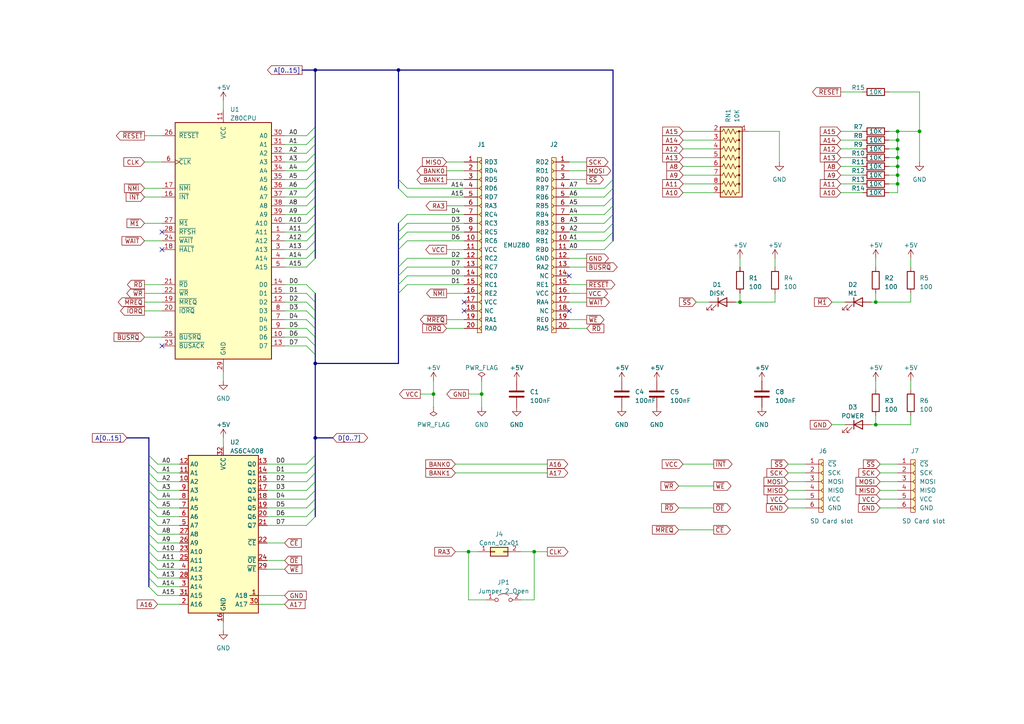
<source format=kicad_sch>
(kicad_sch (version 20230121) (generator eeschema)
  (paper "A4")
  (title_block (title "SuperMEZ80-CPM") (date "2023-09-19") (rev "1.2"))
  (junction (at 260.35 40.64))
  (junction (at 139.7 114.3))
  (junction (at 91.44 127))
  (junction (at 135.89 160.02))
  (junction (at 260.35 45.72))
  (junction (at 254 87.63))
  (junction (at 115.57 20.32))
  (junction (at 154.94 160.02))
  (junction (at 260.35 38.1))
  (junction (at 260.35 48.26))
  (junction (at 260.35 53.34))
  (junction (at 266.7 38.1))
  (junction (at 260.35 50.8))
  (junction (at 260.35 43.18))
  (junction (at 214.63 87.63))
  (junction (at 125.73 114.3))
  (junction (at 91.44 20.32))
  (junction (at 91.44 105.41))
  (junction (at 254 123.19))
  (no_connect (at 46.99 67.31))
  (no_connect (at 134.62 87.63))
  (no_connect (at 46.99 72.39))
  (no_connect (at 134.62 90.17))
  (no_connect (at 165.1 90.17))
  (no_connect (at 165.1 80.01))
  (no_connect (at 46.99 100.33))
  (bus_entry (at 175.26 62.23) (size 2.54 -2.54))
  (bus_entry (at 45.72 160.02) (size -2.54 -2.54))
  (bus_entry (at 175.26 64.77) (size 2.54 -2.54))
  (bus_entry (at 88.9 85.09) (size 2.54 2.54))
  (bus_entry (at 115.57 67.31) (size 2.54 -2.54))
  (bus_entry (at 88.9 69.85) (size 2.54 -2.54))
  (bus_entry (at 45.72 162.56) (size -2.54 -2.54))
  (bus_entry (at 88.9 52.07) (size 2.54 -2.54))
  (bus_entry (at 91.44 139.7) (size -2.54 2.54))
  (bus_entry (at 115.57 82.55) (size 2.54 -2.54))
  (bus_entry (at 91.44 137.16) (size -2.54 2.54))
  (bus_entry (at 88.9 39.37) (size 2.54 -2.54))
  (bus_entry (at 91.44 134.62) (size -2.54 2.54))
  (bus_entry (at 88.9 72.39) (size 2.54 -2.54))
  (bus_entry (at 115.57 77.47) (size 2.54 -2.54))
  (bus_entry (at 88.9 59.69) (size 2.54 -2.54))
  (bus_entry (at 91.44 147.32) (size -2.54 2.54))
  (bus_entry (at 45.72 139.7) (size -2.54 -2.54))
  (bus_entry (at 45.72 152.4) (size -2.54 -2.54))
  (bus_entry (at 115.57 54.61) (size 2.54 2.54))
  (bus_entry (at 45.72 154.94) (size -2.54 -2.54))
  (bus_entry (at 88.9 67.31) (size 2.54 -2.54))
  (bus_entry (at 45.72 147.32) (size -2.54 -2.54))
  (bus_entry (at 115.57 64.77) (size 2.54 -2.54))
  (bus_entry (at 175.26 54.61) (size 2.54 -2.54))
  (bus_entry (at 175.26 59.69) (size 2.54 -2.54))
  (bus_entry (at 88.9 77.47) (size 2.54 -2.54))
  (bus_entry (at 88.9 54.61) (size 2.54 -2.54))
  (bus_entry (at 115.57 52.07) (size 2.54 2.54))
  (bus_entry (at 115.57 85.09) (size 2.54 -2.54))
  (bus_entry (at 88.9 97.79) (size 2.54 2.54))
  (bus_entry (at 115.57 69.85) (size 2.54 -2.54))
  (bus_entry (at 45.72 142.24) (size -2.54 -2.54))
  (bus_entry (at 88.9 74.93) (size 2.54 -2.54))
  (bus_entry (at 115.57 72.39) (size 2.54 -2.54))
  (bus_entry (at 88.9 62.23) (size 2.54 -2.54))
  (bus_entry (at 175.26 72.39) (size 2.54 -2.54))
  (bus_entry (at 45.72 172.72) (size -2.54 -2.54))
  (bus_entry (at 45.72 134.62) (size -2.54 -2.54))
  (bus_entry (at 45.72 144.78) (size -2.54 -2.54))
  (bus_entry (at 45.72 157.48) (size -2.54 -2.54))
  (bus_entry (at 175.26 69.85) (size 2.54 -2.54))
  (bus_entry (at 45.72 149.86) (size -2.54 -2.54))
  (bus_entry (at 88.9 41.91) (size 2.54 -2.54))
  (bus_entry (at 88.9 87.63) (size 2.54 2.54))
  (bus_entry (at 91.44 132.08) (size -2.54 2.54))
  (bus_entry (at 88.9 90.17) (size 2.54 2.54))
  (bus_entry (at 88.9 92.71) (size 2.54 2.54))
  (bus_entry (at 115.57 80.01) (size 2.54 -2.54))
  (bus_entry (at 88.9 95.25) (size 2.54 2.54))
  (bus_entry (at 91.44 144.78) (size -2.54 2.54))
  (bus_entry (at 175.26 57.15) (size 2.54 -2.54))
  (bus_entry (at 45.72 167.64) (size -2.54 -2.54))
  (bus_entry (at 91.44 149.86) (size -2.54 2.54))
  (bus_entry (at 175.26 67.31) (size 2.54 -2.54))
  (bus_entry (at 45.72 165.1) (size -2.54 -2.54))
  (bus_entry (at 45.72 137.16) (size -2.54 -2.54))
  (bus_entry (at 88.9 44.45) (size 2.54 -2.54))
  (bus_entry (at 88.9 57.15) (size 2.54 -2.54))
  (bus_entry (at 91.44 142.24) (size -2.54 2.54))
  (bus_entry (at 88.9 82.55) (size 2.54 2.54))
  (bus_entry (at 88.9 46.99) (size 2.54 -2.54))
  (bus_entry (at 88.9 64.77) (size 2.54 -2.54))
  (bus_entry (at 45.72 170.18) (size -2.54 -2.54))
  (bus_entry (at 88.9 49.53) (size 2.54 -2.54))
  (bus_entry (at 88.9 100.33) (size 2.54 2.54))
  (wire (pts (xy 264.16 110.49) (xy 264.16 113.03)))
  (wire (pts (xy 250.19 40.64) (xy 243.84 40.64)))
  (bus (pts (xy 91.44 90.17) (xy 91.44 92.71)))
  (wire (pts (xy 82.55 57.15) (xy 88.9 57.15)))
  (bus (pts (xy 91.44 97.79) (xy 91.44 100.33)))
  (wire (pts (xy 228.6 147.32) (xy 233.68 147.32)))
  (wire (pts (xy 82.55 72.39) (xy 88.9 72.39)))
  (bus (pts (xy 91.44 127) (xy 91.44 132.08)))
  (bus (pts (xy 91.44 127) (xy 96.52 127)))
  (wire (pts (xy 198.12 48.26) (xy 207.01 48.26)))
  (wire (pts (xy 165.1 62.23) (xy 175.26 62.23)))
  (wire (pts (xy 45.72 147.32) (xy 52.07 147.32)))
  (wire (pts (xy 64.77 107.95) (xy 64.77 110.49)))
  (wire (pts (xy 82.55 97.79) (xy 88.9 97.79)))
  (wire (pts (xy 82.55 100.33) (xy 88.9 100.33)))
  (wire (pts (xy 82.55 44.45) (xy 88.9 44.45)))
  (bus (pts (xy 91.44 39.37) (xy 91.44 36.83)))
  (bus (pts (xy 91.44 144.78) (xy 91.44 147.32)))
  (wire (pts (xy 198.12 53.34) (xy 207.01 53.34)))
  (wire (pts (xy 129.54 59.69) (xy 134.62 59.69)))
  (bus (pts (xy 115.57 20.32) (xy 115.57 52.07)))
  (bus (pts (xy 91.44 20.32) (xy 91.44 36.83)))
  (wire (pts (xy 250.19 43.18) (xy 243.84 43.18)))
  (wire (pts (xy 74.93 172.72) (xy 82.55 172.72)))
  (wire (pts (xy 118.11 57.15) (xy 134.62 57.15)))
  (bus (pts (xy 115.57 77.47) (xy 115.57 80.01)))
  (wire (pts (xy 165.1 57.15) (xy 175.26 57.15)))
  (bus (pts (xy 91.44 49.53) (xy 91.44 46.99)))
  (wire (pts (xy 77.47 152.4) (xy 88.9 152.4)))
  (wire (pts (xy 228.6 134.62) (xy 233.68 134.62)))
  (wire (pts (xy 213.36 87.63) (xy 214.63 87.63)))
  (wire (pts (xy 82.55 95.25) (xy 88.9 95.25)))
  (wire (pts (xy 165.1 92.71) (xy 170.18 92.71)))
  (wire (pts (xy 260.35 55.88) (xy 260.35 53.34)))
  (bus (pts (xy 43.18 167.64) (xy 43.18 165.1)))
  (wire (pts (xy 170.18 52.07) (xy 165.1 52.07)))
  (wire (pts (xy 41.91 39.37) (xy 46.99 39.37)))
  (wire (pts (xy 257.81 50.8) (xy 260.35 50.8)))
  (wire (pts (xy 228.6 137.16) (xy 233.68 137.16)))
  (bus (pts (xy 177.8 67.31) (xy 177.8 69.85)))
  (wire (pts (xy 224.79 85.09) (xy 224.79 87.63)))
  (wire (pts (xy 118.11 69.85) (xy 134.62 69.85)))
  (wire (pts (xy 257.81 38.1) (xy 260.35 38.1)))
  (bus (pts (xy 43.18 144.78) (xy 43.18 142.24)))
  (wire (pts (xy 64.77 180.34) (xy 64.77 182.88)))
  (bus (pts (xy 43.18 134.62) (xy 43.18 132.08)))
  (bus (pts (xy 91.44 92.71) (xy 91.44 95.25)))
  (bus (pts (xy 91.44 74.93) (xy 91.44 72.39)))
  (wire (pts (xy 224.79 74.93) (xy 224.79 77.47)))
  (wire (pts (xy 45.72 149.86) (xy 52.07 149.86)))
  (wire (pts (xy 77.47 147.32) (xy 88.9 147.32)))
  (bus (pts (xy 115.57 52.07) (xy 115.57 54.61)))
  (wire (pts (xy 257.81 45.72) (xy 260.35 45.72)))
  (wire (pts (xy 254 120.65) (xy 254 123.19)))
  (bus (pts (xy 91.44 20.32) (xy 115.57 20.32)))
  (wire (pts (xy 260.35 53.34) (xy 260.35 50.8)))
  (bus (pts (xy 91.44 95.25) (xy 91.44 97.79)))
  (wire (pts (xy 165.1 87.63) (xy 170.18 87.63)))
  (wire (pts (xy 45.72 142.24) (xy 52.07 142.24)))
  (wire (pts (xy 260.35 147.32) (xy 255.27 147.32)))
  (wire (pts (xy 214.63 85.09) (xy 214.63 87.63)))
  (wire (pts (xy 165.1 95.25) (xy 170.18 95.25)))
  (bus (pts (xy 115.57 80.01) (xy 115.57 82.55)))
  (wire (pts (xy 41.91 97.79) (xy 46.99 97.79)))
  (wire (pts (xy 129.54 72.39) (xy 134.62 72.39)))
  (bus (pts (xy 43.18 165.1) (xy 43.18 162.56)))
  (wire (pts (xy 118.11 64.77) (xy 134.62 64.77)))
  (wire (pts (xy 241.3 123.19) (xy 245.11 123.19)))
  (wire (pts (xy 77.47 144.78) (xy 88.9 144.78)))
  (bus (pts (xy 115.57 82.55) (xy 115.57 85.09)))
  (wire (pts (xy 41.91 64.77) (xy 46.99 64.77)))
  (bus (pts (xy 91.44 41.91) (xy 91.44 39.37)))
  (wire (pts (xy 170.18 85.09) (xy 165.1 85.09)))
  (wire (pts (xy 252.73 123.19) (xy 254 123.19)))
  (wire (pts (xy 45.72 134.62) (xy 52.07 134.62)))
  (wire (pts (xy 250.19 50.8) (xy 243.84 50.8)))
  (wire (pts (xy 266.7 26.67) (xy 266.7 38.1)))
  (bus (pts (xy 91.44 105.41) (xy 91.44 127)))
  (bus (pts (xy 177.8 54.61) (xy 177.8 57.15)))
  (wire (pts (xy 250.19 48.26) (xy 243.84 48.26)))
  (wire (pts (xy 214.63 74.93) (xy 214.63 77.47)))
  (wire (pts (xy 198.12 40.64) (xy 207.01 40.64)))
  (wire (pts (xy 135.89 160.02) (xy 138.43 160.02)))
  (wire (pts (xy 260.35 134.62) (xy 255.27 134.62)))
  (bus (pts (xy 87.63 20.32) (xy 91.44 20.32)))
  (wire (pts (xy 82.55 90.17) (xy 88.9 90.17)))
  (wire (pts (xy 64.77 29.21) (xy 64.77 31.75)))
  (wire (pts (xy 250.19 45.72) (xy 243.84 45.72)))
  (bus (pts (xy 91.44 139.7) (xy 91.44 142.24)))
  (wire (pts (xy 41.91 87.63) (xy 46.99 87.63)))
  (wire (pts (xy 257.81 55.88) (xy 260.35 55.88)))
  (wire (pts (xy 77.47 162.56) (xy 82.55 162.56)))
  (wire (pts (xy 260.35 43.18) (xy 260.35 40.64)))
  (wire (pts (xy 41.91 90.17) (xy 46.99 90.17)))
  (bus (pts (xy 43.18 154.94) (xy 43.18 152.4)))
  (bus (pts (xy 91.44 67.31) (xy 91.44 64.77)))
  (wire (pts (xy 118.11 54.61) (xy 134.62 54.61)))
  (wire (pts (xy 217.17 38.1) (xy 226.06 38.1)))
  (wire (pts (xy 77.47 149.86) (xy 88.9 149.86)))
  (bus (pts (xy 91.44 102.87) (xy 91.44 105.41)))
  (wire (pts (xy 45.72 172.72) (xy 52.07 172.72)))
  (wire (pts (xy 139.7 114.3) (xy 139.7 118.11)))
  (wire (pts (xy 254 87.63) (xy 264.16 87.63)))
  (bus (pts (xy 115.57 67.31) (xy 115.57 69.85)))
  (bus (pts (xy 43.18 162.56) (xy 43.18 160.02)))
  (wire (pts (xy 135.89 114.3) (xy 139.7 114.3)))
  (wire (pts (xy 82.55 64.77) (xy 88.9 64.77)))
  (bus (pts (xy 115.57 69.85) (xy 115.57 72.39)))
  (wire (pts (xy 45.72 167.64) (xy 52.07 167.64)))
  (bus (pts (xy 43.18 160.02) (xy 43.18 157.48)))
  (wire (pts (xy 45.72 157.48) (xy 52.07 157.48)))
  (wire (pts (xy 64.77 127) (xy 64.77 129.54)))
  (wire (pts (xy 241.3 87.63) (xy 245.11 87.63)))
  (wire (pts (xy 82.55 54.61) (xy 88.9 54.61)))
  (wire (pts (xy 132.08 137.16) (xy 158.75 137.16)))
  (wire (pts (xy 260.35 144.78) (xy 255.27 144.78)))
  (wire (pts (xy 135.89 173.99) (xy 135.89 160.02)))
  (bus (pts (xy 91.44 44.45) (xy 91.44 41.91)))
  (bus (pts (xy 177.8 20.32) (xy 177.8 52.07)))
  (wire (pts (xy 260.35 50.8) (xy 260.35 48.26)))
  (bus (pts (xy 43.18 147.32) (xy 43.18 144.78)))
  (bus (pts (xy 43.18 152.4) (xy 43.18 149.86)))
  (wire (pts (xy 45.72 144.78) (xy 52.07 144.78)))
  (bus (pts (xy 91.44 59.69) (xy 91.44 57.15)))
  (wire (pts (xy 228.6 139.7) (xy 233.68 139.7)))
  (bus (pts (xy 91.44 46.99) (xy 91.44 44.45)))
  (wire (pts (xy 165.1 59.69) (xy 175.26 59.69)))
  (wire (pts (xy 118.11 82.55) (xy 134.62 82.55)))
  (wire (pts (xy 257.81 48.26) (xy 260.35 48.26)))
  (wire (pts (xy 198.12 43.18) (xy 207.01 43.18)))
  (wire (pts (xy 257.81 53.34) (xy 260.35 53.34)))
  (wire (pts (xy 158.75 160.02) (xy 154.94 160.02)))
  (wire (pts (xy 121.92 114.3) (xy 125.73 114.3)))
  (bus (pts (xy 91.44 62.23) (xy 91.44 59.69)))
  (bus (pts (xy 91.44 52.07) (xy 91.44 49.53)))
  (bus (pts (xy 91.44 85.09) (xy 91.44 87.63)))
  (wire (pts (xy 129.54 49.53) (xy 134.62 49.53)))
  (wire (pts (xy 250.19 53.34) (xy 243.84 53.34)))
  (wire (pts (xy 260.35 142.24) (xy 255.27 142.24)))
  (bus (pts (xy 43.18 139.7) (xy 43.18 137.16)))
  (wire (pts (xy 207.01 140.97) (xy 196.85 140.97)))
  (wire (pts (xy 264.16 120.65) (xy 264.16 123.19)))
  (wire (pts (xy 260.35 139.7) (xy 255.27 139.7)))
  (wire (pts (xy 41.91 85.09) (xy 46.99 85.09)))
  (wire (pts (xy 165.1 72.39) (xy 175.26 72.39)))
  (wire (pts (xy 207.01 147.32) (xy 196.85 147.32)))
  (wire (pts (xy 165.1 74.93) (xy 170.18 74.93)))
  (bus (pts (xy 43.18 132.08) (xy 43.18 127)))
  (wire (pts (xy 154.94 173.99) (xy 154.94 160.02)))
  (wire (pts (xy 77.47 134.62) (xy 88.9 134.62)))
  (wire (pts (xy 82.55 46.99) (xy 88.9 46.99)))
  (wire (pts (xy 41.91 54.61) (xy 46.99 54.61)))
  (wire (pts (xy 41.91 57.15) (xy 46.99 57.15)))
  (wire (pts (xy 77.47 137.16) (xy 88.9 137.16)))
  (wire (pts (xy 260.35 137.16) (xy 255.27 137.16)))
  (bus (pts (xy 43.18 149.86) (xy 43.18 147.32)))
  (wire (pts (xy 82.55 67.31) (xy 88.9 67.31)))
  (bus (pts (xy 91.44 100.33) (xy 91.44 102.87)))
  (bus (pts (xy 91.44 87.63) (xy 91.44 90.17)))
  (wire (pts (xy 82.55 74.93) (xy 88.9 74.93)))
  (bus (pts (xy 177.8 57.15) (xy 177.8 59.69)))
  (wire (pts (xy 45.72 160.02) (xy 52.07 160.02)))
  (bus (pts (xy 43.18 170.18) (xy 43.18 167.64)))
  (wire (pts (xy 118.11 77.47) (xy 134.62 77.47)))
  (wire (pts (xy 82.55 92.71) (xy 88.9 92.71)))
  (bus (pts (xy 91.44 137.16) (xy 91.44 139.7)))
  (wire (pts (xy 165.1 77.47) (xy 170.18 77.47)))
  (wire (pts (xy 254 74.93) (xy 254 77.47)))
  (wire (pts (xy 118.11 74.93) (xy 134.62 74.93)))
  (bus (pts (xy 115.57 72.39) (xy 115.57 77.47)))
  (wire (pts (xy 45.72 170.18) (xy 52.07 170.18)))
  (wire (pts (xy 198.12 50.8) (xy 207.01 50.8)))
  (bus (pts (xy 91.44 57.15) (xy 91.44 54.61)))
  (wire (pts (xy 41.91 82.55) (xy 46.99 82.55)))
  (wire (pts (xy 252.73 87.63) (xy 254 87.63)))
  (wire (pts (xy 45.72 139.7) (xy 52.07 139.7)))
  (wire (pts (xy 45.72 165.1) (xy 52.07 165.1)))
  (wire (pts (xy 151.13 173.99) (xy 154.94 173.99)))
  (bus (pts (xy 115.57 85.09) (xy 115.57 105.41)))
  (wire (pts (xy 132.08 134.62) (xy 158.75 134.62)))
  (wire (pts (xy 226.06 38.1) (xy 226.06 46.99)))
  (wire (pts (xy 45.72 162.56) (xy 52.07 162.56)))
  (wire (pts (xy 82.55 82.55) (xy 88.9 82.55)))
  (wire (pts (xy 129.54 95.25) (xy 134.62 95.25)))
  (wire (pts (xy 165.1 82.55) (xy 170.18 82.55)))
  (wire (pts (xy 228.6 142.24) (xy 233.68 142.24)))
  (wire (pts (xy 170.18 46.99) (xy 165.1 46.99)))
  (wire (pts (xy 41.91 46.99) (xy 46.99 46.99)))
  (bus (pts (xy 115.57 20.32) (xy 177.8 20.32)))
  (wire (pts (xy 207.01 153.67) (xy 196.85 153.67)))
  (wire (pts (xy 82.55 87.63) (xy 88.9 87.63)))
  (wire (pts (xy 254 110.49) (xy 254 113.03)))
  (wire (pts (xy 129.54 92.71) (xy 134.62 92.71)))
  (wire (pts (xy 82.55 77.47) (xy 88.9 77.47)))
  (bus (pts (xy 43.18 142.24) (xy 43.18 139.7)))
  (wire (pts (xy 243.84 26.67) (xy 250.19 26.67)))
  (wire (pts (xy 257.81 40.64) (xy 260.35 40.64)))
  (bus (pts (xy 177.8 62.23) (xy 177.8 64.77)))
  (wire (pts (xy 154.94 160.02) (xy 151.13 160.02)))
  (bus (pts (xy 91.44 69.85) (xy 91.44 67.31)))
  (wire (pts (xy 45.72 175.26) (xy 52.07 175.26)))
  (wire (pts (xy 165.1 69.85) (xy 175.26 69.85)))
  (bus (pts (xy 91.44 142.24) (xy 91.44 144.78)))
  (wire (pts (xy 41.91 69.85) (xy 46.99 69.85)))
  (wire (pts (xy 264.16 85.09) (xy 264.16 87.63)))
  (bus (pts (xy 43.18 137.16) (xy 43.18 134.62)))
  (bus (pts (xy 177.8 52.07) (xy 177.8 54.61)))
  (bus (pts (xy 91.44 147.32) (xy 91.44 149.86)))
  (wire (pts (xy 45.72 137.16) (xy 52.07 137.16)))
  (wire (pts (xy 260.35 40.64) (xy 260.35 38.1)))
  (wire (pts (xy 260.35 48.26) (xy 260.35 45.72)))
  (bus (pts (xy 91.44 134.62) (xy 91.44 137.16)))
  (wire (pts (xy 170.18 49.53) (xy 165.1 49.53)))
  (bus (pts (xy 91.44 105.41) (xy 115.57 105.41)))
  (bus (pts (xy 91.44 72.39) (xy 91.44 69.85)))
  (wire (pts (xy 201.93 87.63) (xy 205.74 87.63)))
  (bus (pts (xy 115.57 64.77) (xy 115.57 67.31)))
  (wire (pts (xy 74.93 175.26) (xy 82.55 175.26)))
  (wire (pts (xy 260.35 38.1) (xy 266.7 38.1)))
  (wire (pts (xy 257.81 43.18) (xy 260.35 43.18)))
  (wire (pts (xy 198.12 38.1) (xy 207.01 38.1)))
  (wire (pts (xy 165.1 64.77) (xy 175.26 64.77)))
  (wire (pts (xy 139.7 110.49) (xy 139.7 114.3)))
  (wire (pts (xy 125.73 114.3) (xy 125.73 118.11)))
  (wire (pts (xy 165.1 67.31) (xy 175.26 67.31)))
  (wire (pts (xy 82.55 59.69) (xy 88.9 59.69)))
  (wire (pts (xy 77.47 139.7) (xy 88.9 139.7)))
  (wire (pts (xy 260.35 45.72) (xy 260.35 43.18)))
  (bus (pts (xy 91.44 64.77) (xy 91.44 62.23)))
  (wire (pts (xy 140.97 173.99) (xy 135.89 173.99)))
  (wire (pts (xy 45.72 154.94) (xy 52.07 154.94)))
  (wire (pts (xy 264.16 74.93) (xy 264.16 77.47)))
  (wire (pts (xy 118.11 62.23) (xy 134.62 62.23)))
  (wire (pts (xy 132.08 160.02) (xy 135.89 160.02)))
  (wire (pts (xy 82.55 39.37) (xy 88.9 39.37)))
  (bus (pts (xy 91.44 54.61) (xy 91.44 52.07)))
  (wire (pts (xy 214.63 87.63) (xy 224.79 87.63)))
  (wire (pts (xy 129.54 52.07) (xy 134.62 52.07)))
  (wire (pts (xy 125.73 110.49) (xy 125.73 114.3)))
  (wire (pts (xy 254 123.19) (xy 264.16 123.19)))
  (wire (pts (xy 45.72 152.4) (xy 52.07 152.4)))
  (wire (pts (xy 129.54 85.09) (xy 134.62 85.09)))
  (wire (pts (xy 82.55 49.53) (xy 88.9 49.53)))
  (wire (pts (xy 82.55 69.85) (xy 88.9 69.85)))
  (bus (pts (xy 177.8 64.77) (xy 177.8 67.31)))
  (wire (pts (xy 77.47 165.1) (xy 82.55 165.1)))
  (bus (pts (xy 177.8 59.69) (xy 177.8 62.23)))
  (wire (pts (xy 129.54 46.99) (xy 134.62 46.99)))
  (wire (pts (xy 266.7 38.1) (xy 266.7 46.99)))
  (bus (pts (xy 43.18 157.48) (xy 43.18 154.94)))
  (bus (pts (xy 91.44 132.08) (xy 91.44 134.62)))
  (wire (pts (xy 165.1 54.61) (xy 175.26 54.61)))
  (wire (pts (xy 228.6 144.78) (xy 233.68 144.78)))
  (wire (pts (xy 250.19 38.1) (xy 243.84 38.1)))
  (wire (pts (xy 198.12 55.88) (xy 207.01 55.88)))
  (wire (pts (xy 257.81 26.67) (xy 266.7 26.67)))
  (wire (pts (xy 118.11 67.31) (xy 134.62 67.31)))
  (wire (pts (xy 82.55 41.91) (xy 88.9 41.91)))
  (wire (pts (xy 118.11 80.01) (xy 134.62 80.01)))
  (wire (pts (xy 254 85.09) (xy 254 87.63)))
  (wire (pts (xy 82.55 52.07) (xy 88.9 52.07)))
  (wire (pts (xy 77.47 157.48) (xy 82.55 157.48)))
  (bus (pts (xy 36.83 127) (xy 43.18 127)))
  (wire (pts (xy 82.55 85.09) (xy 88.9 85.09)))
  (wire (pts (xy 250.19 55.88) (xy 243.84 55.88)))
  (wire (pts (xy 77.47 142.24) (xy 88.9 142.24)))
  (wire (pts (xy 198.12 45.72) (xy 207.01 45.72)))
  (wire (pts (xy 82.55 62.23) (xy 88.9 62.23)))
  (wire (pts (xy 198.12 134.62) (xy 207.01 134.62)))
  (label "D7" (at 80.01 152.4 0))
  (label "A7" (at 165.1 54.61 0))
  (label "A10" (at 83.82 64.77 0))
  (label "A5" (at 46.99 147.32 0))
  (label "D7" (at 83.82 100.33 0))
  (label "D0" (at 130.81 80.01 0))
  (label "D6" (at 130.81 69.85 0))
  (label "D5" (at 83.82 95.25 0))
  (label "D3" (at 80.01 142.24 0))
  (label "A14" (at 83.82 74.93 0))
  (label "D4" (at 130.81 62.23 0))
  (label "A15" (at 130.81 57.15 0))
  (label "A11" (at 83.82 67.31 0))
  (label "A3" (at 46.99 142.24 0))
  (label "D5" (at 130.81 67.31 0))
  (label "D2" (at 80.01 139.7 0))
  (label "D3" (at 130.81 64.77 0))
  (label "A6" (at 83.82 54.61 0))
  (label "A14" (at 46.99 170.18 0))
  (label "D2" (at 83.82 87.63 0))
  (label "A3" (at 165.1 64.77 0))
  (label "D1" (at 83.82 85.09 0))
  (label "A5" (at 83.82 52.07 0))
  (label "D2" (at 130.81 74.93 0))
  (label "A5" (at 165.1 59.69 0))
  (label "A12" (at 46.99 165.1 0))
  (label "A10" (at 46.99 160.02 0))
  (label "A14" (at 130.81 54.61 0))
  (label "A3" (at 83.82 46.99 0))
  (label "A8" (at 83.82 59.69 0))
  (label "A8" (at 46.99 154.94 0))
  (label "A0" (at 83.82 39.37 0))
  (label "D3" (at 83.82 90.17 0))
  (label "D0" (at 80.01 134.62 0))
  (label "A15" (at 83.82 77.47 0))
  (label "A15" (at 46.99 172.72 0))
  (label "A7" (at 83.82 57.15 0))
  (label "A2" (at 165.1 67.31 0))
  (label "D1" (at 130.81 82.55 0))
  (label "A2" (at 46.99 139.7 0))
  (label "D4" (at 83.82 92.71 0))
  (label "A11" (at 46.99 162.56 0))
  (label "A9" (at 83.82 62.23 0))
  (label "A13" (at 83.82 72.39 0))
  (label "A9" (at 46.99 157.48 0))
  (label "A1" (at 46.99 137.16 0))
  (label "D1" (at 80.01 137.16 0))
  (label "A4" (at 165.1 62.23 0))
  (label "A7" (at 46.99 152.4 0))
  (label "A4" (at 46.99 144.78 0))
  (label "A2" (at 83.82 44.45 0))
  (label "A1" (at 83.82 41.91 0))
  (label "A6" (at 46.99 149.86 0))
  (label "A1" (at 165.1 69.85 0))
  (label "A4" (at 83.82 49.53 0))
  (label "D7" (at 130.81 77.47 0))
  (label "D0" (at 83.82 82.55 0))
  (label "A12" (at 83.82 69.85 0))
  (label "D6" (at 83.82 97.79 0))
  (label "D4" (at 80.01 144.78 0))
  (label "A0" (at 46.99 134.62 0))
  (label "A13" (at 46.99 167.64 0))
  (label "D5" (at 80.01 147.32 0))
  (label "A0" (at 165.1 72.39 0))
  (label "A6" (at 165.1 57.15 0))
  (label "D6" (at 80.01 149.86 0))
  (global_label "A[0..15]" (shape output) (at 87.63 20.32 180) (property "Intersheetrefs" "${INTERSHEET_REFS}" (effects hide)))
  (global_label "CLK" (shape input) (at 41.91 46.99 180) (property "Intersheetrefs" "${INTERSHEET_REFS}" (effects hide)))
  (global_label "A8" (shape input) (at 243.84 48.26 180) (property "Intersheetrefs" "${INTERSHEET_REFS}" (effects hide)))
  (global_label "~{MREQ}" (shape input) (at 196.85 153.67 180) (property "Intersheetrefs" "${INTERSHEET_REFS}" (effects hide)))
  (global_label "BANK0" (shape output) (at 129.54 49.53 180) (property "Intersheetrefs" "${INTERSHEET_REFS}" (effects hide)))
  (global_label "~{MREQ}" (shape output) (at 41.91 87.63 180) (property "Intersheetrefs" "${INTERSHEET_REFS}" (effects hide)))
  (global_label "~{RD}" (shape input) (at 196.85 147.32 180) (property "Intersheetrefs" "${INTERSHEET_REFS}" (effects hide)))
  (global_label "MOSI" (shape input) (at 228.6 139.7 180) (property "Intersheetrefs" "${INTERSHEET_REFS}" (effects hide)))
  (global_label "~{WR}" (shape output) (at 41.91 85.09 180) (property "Intersheetrefs" "${INTERSHEET_REFS}" (effects hide)))
  (global_label "~{OE}" (shape output) (at 207.01 147.32 0) (property "Intersheetrefs" "${INTERSHEET_REFS}" (effects hide)))
  (global_label "A11" (shape input) (at 198.12 53.34 180) (property "Intersheetrefs" "${INTERSHEET_REFS}" (effects hide)))
  (global_label "A11" (shape input) (at 243.84 53.34 180) (property "Intersheetrefs" "${INTERSHEET_REFS}" (effects hide)))
  (global_label "~{WAIT}" (shape input) (at 41.91 69.85 180) (property "Intersheetrefs" "${INTERSHEET_REFS}" (effects hide)))
  (global_label "~{SS}" (shape input) (at 201.93 87.63 180) (property "Intersheetrefs" "${INTERSHEET_REFS}" (effects hide)))
  (global_label "GND" (shape input) (at 241.3 123.19 180) (property "Intersheetrefs" "${INTERSHEET_REFS}" (effects hide)))
  (global_label "~{RESET}" (shape output) (at 170.18 82.55 0) (property "Intersheetrefs" "${INTERSHEET_REFS}" (effects hide)))
  (global_label "~{RD}" (shape input) (at 170.18 95.25 0) (property "Intersheetrefs" "${INTERSHEET_REFS}" (effects hide)))
  (global_label "~{INT}" (shape input) (at 41.91 57.15 180) (property "Intersheetrefs" "${INTERSHEET_REFS}" (effects hide)))
  (global_label "A14" (shape input) (at 198.12 40.64 180) (property "Intersheetrefs" "${INTERSHEET_REFS}" (effects hide)))
  (global_label "~{INT}" (shape output) (at 207.01 134.62 0) (property "Intersheetrefs" "${INTERSHEET_REFS}" (effects hide)))
  (global_label "~{WE}" (shape output) (at 207.01 140.97 0) (property "Intersheetrefs" "${INTERSHEET_REFS}" (effects hide)))
  (global_label "CLK" (shape output) (at 158.75 160.02 0) (property "Intersheetrefs" "${INTERSHEET_REFS}" (effects hide)))
  (global_label "A15" (shape input) (at 198.12 38.1 180) (property "Intersheetrefs" "${INTERSHEET_REFS}" (effects hide)))
  (global_label "~{BUSRQ}" (shape input) (at 41.91 97.79 180) (property "Intersheetrefs" "${INTERSHEET_REFS}" (effects hide)))
  (global_label "A16" (shape output) (at 158.75 134.62 0) (property "Intersheetrefs" "${INTERSHEET_REFS}" (effects hide)))
  (global_label "VCC" (shape input) (at 255.27 144.78 180) (property "Intersheetrefs" "${INTERSHEET_REFS}" (effects hide)))
  (global_label "VCC" (shape input) (at 228.6 144.78 180) (property "Intersheetrefs" "${INTERSHEET_REFS}" (effects hide)))
  (global_label "~{WE}" (shape input) (at 82.55 165.1 0) (property "Intersheetrefs" "${INTERSHEET_REFS}" (effects hide)))
  (global_label "A10" (shape input) (at 198.12 55.88 180) (property "Intersheetrefs" "${INTERSHEET_REFS}" (effects hide)))
  (global_label "A12" (shape input) (at 198.12 43.18 180) (property "Intersheetrefs" "${INTERSHEET_REFS}" (effects hide)))
  (global_label "MOSI" (shape output) (at 170.18 49.53 0) (property "Intersheetrefs" "${INTERSHEET_REFS}" (effects hide)))
  (global_label "BANK0" (shape input) (at 132.08 134.62 180) (property "Intersheetrefs" "${INTERSHEET_REFS}" (effects hide)))
  (global_label "~{SS}" (shape input) (at 255.27 134.62 180) (property "Intersheetrefs" "${INTERSHEET_REFS}" (effects hide)))
  (global_label "VCC" (shape output) (at 129.54 72.39 180) (property "Intersheetrefs" "${INTERSHEET_REFS}" (effects hide)))
  (global_label "A17" (shape output) (at 158.75 137.16 0) (property "Intersheetrefs" "${INTERSHEET_REFS}" (effects hide)))
  (global_label "~{RD}" (shape output) (at 41.91 82.55 180) (property "Intersheetrefs" "${INTERSHEET_REFS}" (effects hide)))
  (global_label "A14" (shape input) (at 243.84 40.64 180) (property "Intersheetrefs" "${INTERSHEET_REFS}" (effects hide)))
  (global_label "~{RESET}" (shape output) (at 41.91 39.37 180) (property "Intersheetrefs" "${INTERSHEET_REFS}" (effects hide)))
  (global_label "BANK1" (shape input) (at 132.08 137.16 180) (property "Intersheetrefs" "${INTERSHEET_REFS}" (effects hide)))
  (global_label "~{IORQ}" (shape input) (at 129.54 95.25 180) (property "Intersheetrefs" "${INTERSHEET_REFS}" (effects hide)))
  (global_label "GND" (shape output) (at 170.18 74.93 0) (property "Intersheetrefs" "${INTERSHEET_REFS}" (effects hide)))
  (global_label "~{WE}" (shape output) (at 170.18 92.71 0) (property "Intersheetrefs" "${INTERSHEET_REFS}" (effects hide)))
  (global_label "A8" (shape input) (at 198.12 48.26 180) (property "Intersheetrefs" "${INTERSHEET_REFS}" (effects hide)))
  (global_label "SCK" (shape output) (at 170.18 46.99 0) (property "Intersheetrefs" "${INTERSHEET_REFS}" (effects hide)))
  (global_label "GND" (shape input) (at 255.27 147.32 180) (property "Intersheetrefs" "${INTERSHEET_REFS}" (effects hide)))
  (global_label "A9" (shape input) (at 198.12 50.8 180) (property "Intersheetrefs" "${INTERSHEET_REFS}" (effects hide)))
  (global_label "A10" (shape input) (at 243.84 55.88 180) (property "Intersheetrefs" "${INTERSHEET_REFS}" (effects hide)))
  (global_label "~{M1}" (shape input) (at 41.91 64.77 180) (property "Intersheetrefs" "${INTERSHEET_REFS}" (effects hide)))
  (global_label "~{M1}" (shape input) (at 241.3 87.63 180) (property "Intersheetrefs" "${INTERSHEET_REFS}" (effects hide)))
  (global_label "MISO" (shape input) (at 228.6 142.24 180) (property "Intersheetrefs" "${INTERSHEET_REFS}" (effects hide)))
  (global_label "A13" (shape input) (at 198.12 45.72 180) (property "Intersheetrefs" "${INTERSHEET_REFS}" (effects hide)))
  (global_label "MISO" (shape input) (at 129.54 46.99 180) (property "Intersheetrefs" "${INTERSHEET_REFS}" (effects hide)))
  (global_label "~{CE}" (shape input) (at 82.55 157.48 0) (property "Intersheetrefs" "${INTERSHEET_REFS}" (effects hide)))
  (global_label "RA3" (shape input) (at 132.08 160.02 180) (property "Intersheetrefs" "${INTERSHEET_REFS}" (effects hide)))
  (global_label "~{IORQ}" (shape output) (at 41.91 90.17 180) (property "Intersheetrefs" "${INTERSHEET_REFS}" (effects hide)))
  (global_label "D[0..7]" (shape tri_state) (at 96.52 127 0) (property "Intersheetrefs" "${INTERSHEET_REFS}" (effects hide)))
  (global_label "SCK" (shape input) (at 255.27 137.16 180) (property "Intersheetrefs" "${INTERSHEET_REFS}" (effects hide)))
  (global_label "A12" (shape input) (at 243.84 43.18 180) (property "Intersheetrefs" "${INTERSHEET_REFS}" (effects hide)))
  (global_label "BANK1" (shape output) (at 129.54 52.07 180) (property "Intersheetrefs" "${INTERSHEET_REFS}" (effects hide)))
  (global_label "VCC" (shape output) (at 170.18 85.09 0) (property "Intersheetrefs" "${INTERSHEET_REFS}" (effects hide)))
  (global_label "MOSI" (shape input) (at 255.27 139.7 180) (property "Intersheetrefs" "${INTERSHEET_REFS}" (effects hide)))
  (global_label "~{SS}" (shape output) (at 170.18 52.07 0) (property "Intersheetrefs" "${INTERSHEET_REFS}" (effects hide)))
  (global_label "GND" (shape output) (at 135.89 114.3 180) (property "Intersheetrefs" "${INTERSHEET_REFS}" (effects hide)))
  (global_label "~{RESET}" (shape output) (at 243.84 26.67 180) (property "Intersheetrefs" "${INTERSHEET_REFS}" (effects hide)))
  (global_label "~{WAIT}" (shape output) (at 170.18 87.63 0) (property "Intersheetrefs" "${INTERSHEET_REFS}" (effects hide)))
  (global_label "A16" (shape input) (at 45.72 175.26 180) (property "Intersheetrefs" "${INTERSHEET_REFS}" (effects hide)))
  (global_label "A17" (shape input) (at 82.55 175.26 0) (property "Intersheetrefs" "${INTERSHEET_REFS}" (effects hide)))
  (global_label "~{NMI}" (shape input) (at 41.91 54.61 180) (property "Intersheetrefs" "${INTERSHEET_REFS}" (effects hide)))
  (global_label "VCC" (shape input) (at 198.12 134.62 180) (property "Intersheetrefs" "${INTERSHEET_REFS}" (effects hide)))
  (global_label "RA3" (shape output) (at 129.54 59.69 180) (property "Intersheetrefs" "${INTERSHEET_REFS}" (effects hide)))
  (global_label "~{WR}" (shape input) (at 196.85 140.97 180) (property "Intersheetrefs" "${INTERSHEET_REFS}" (effects hide)))
  (global_label "~{SS}" (shape input) (at 228.6 134.62 180) (property "Intersheetrefs" "${INTERSHEET_REFS}" (effects hide)))
  (global_label "~{BUSRQ}" (shape output) (at 170.18 77.47 0) (property "Intersheetrefs" "${INTERSHEET_REFS}" (effects hide)))
  (global_label "A9" (shape input) (at 243.84 50.8 180) (property "Intersheetrefs" "${INTERSHEET_REFS}" (effects hide)))
  (global_label "VCC" (shape output) (at 121.92 114.3 180) (property "Intersheetrefs" "${INTERSHEET_REFS}" (effects hide)))
  (global_label "A15" (shape input) (at 243.84 38.1 180) (property "Intersheetrefs" "${INTERSHEET_REFS}" (effects hide)))
  (global_label "GND" (shape input) (at 228.6 147.32 180) (property "Intersheetrefs" "${INTERSHEET_REFS}" (effects hide)))
  (global_label "~{CE}" (shape output) (at 207.01 153.67 0) (property "Intersheetrefs" "${INTERSHEET_REFS}" (effects hide)))
  (global_label "A[0..15]" (shape input) (at 36.83 127 180) (property "Intersheetrefs" "${INTERSHEET_REFS}" (effects hide)))
  (global_label "~{NMI}" (shape output) (at 129.54 85.09 180) (property "Intersheetrefs" "${INTERSHEET_REFS}" (effects hide)))
  (global_label "~{MREQ}" (shape output) (at 129.54 92.71 180) (property "Intersheetrefs" "${INTERSHEET_REFS}" (effects hide)))
  (global_label "A13" (shape input) (at 243.84 45.72 180) (property "Intersheetrefs" "${INTERSHEET_REFS}" (effects hide)))
  (global_label "GND" (shape input) (at 82.55 172.72 0) (property "Intersheetrefs" "${INTERSHEET_REFS}" (effects hide)))
  (global_label "SCK" (shape input) (at 228.6 137.16 180) (property "Intersheetrefs" "${INTERSHEET_REFS}" (effects hide)))
  (global_label "~{OE}" (shape input) (at 82.55 162.56 0) (property "Intersheetrefs" "${INTERSHEET_REFS}" (effects hide)))
  (global_label "MISO" (shape input) (at 255.27 142.24 180) (property "Intersheetrefs" "${INTERSHEET_REFS}" (effects hide)))
  (symbol (lib_id "power:+5V") (at 64.77 127 0) (unit 1)
    (property "Reference" "#PWR03" (effects hide))
    (property "Value" "+5V" (at 64.77 123.19 0))
  )
  (symbol (lib_id "power:GND") (at 190.5 118.11 0) (unit 1)
    (property "Reference" "#PWR024" (effects hide))
    (property "Value" "GND" (at 190.5 123.19 0))
  )
  (symbol (lib_id "Device:LED") (at 248.92 123.19 0) (unit 1)
    (property "Reference" "D3" (at 247.3325 118.11 0))
    (property "Value" "POWER" (at 247.3325 120.65 0))
    (property "Footprint" "LED_THT:LED_D1.8mm_W3.3mm_H2.4mm" (effects hide))
  )
  (symbol (lib_id "power:PWR_FLAG") (at 139.7 110.49 0) (unit 1)
    (property "Reference" "#FLG02" (effects hide))
    (property "Value" "PWR_FLAG" (at 139.7 106.68 0))
  )
  (symbol (lib_id "library:AS6C4008") (at 64.77 154.94 0) (unit 1)
    (property "Reference" "U2" (at 66.7259 128.27 0) (effects (justify left)))
    (property "Value" "AS6C4008" (at 66.7259 130.81 0) (effects (justify left)))
    (property "Footprint" "Package_DIP:DIP-32_W15.24mm_Socket" (effects hide))
  )
  (symbol (lib_id "power:GND") (at 266.7 46.99 0) (unit 1)
    (property "Reference" "#PWR016" (effects hide))
    (property "Value" "GND" (at 266.7 52.07 0))
  )
  (symbol (lib_id "Device:R") (at 254 50.8 90) (unit 1)
    (property "Reference" "R12" (at 248.92 49.53 90))
    (property "Value" "10K" (at 254 50.8 90))
    (property "Footprint" "Resistor_SMD:R_0603_1608Metric_Pad0.98x0.95mm_HandSolder" (effects hide))
  )
  (symbol (lib_id "Device:R") (at 254 26.67 90) (unit 1)
    (property "Reference" "R15" (at 248.92 25.4 90))
    (property "Value" "10K" (at 254 26.67 90))
    (property "Footprint" "Resistor_SMD:R_0603_1608Metric_Pad0.98x0.95mm_HandSolder" (effects hide))
  )
  (symbol (lib_id "Device:R") (at 254 55.88 90) (unit 1)
    (property "Reference" "R14" (at 248.92 54.61 90))
    (property "Value" "10K" (at 254 55.88 90))
    (property "Footprint" "Resistor_SMD:R_0603_1608Metric_Pad0.98x0.95mm_HandSolder" (effects hide))
  )
  (symbol (lib_id "power:+5V") (at 125.73 110.49 0) (unit 1)
    (property "Reference" "#PWR010" (effects hide))
    (property "Value" "+5V" (at 125.73 106.68 0))
  )
  (symbol (lib_id "Device:R_Network08_US") (at 212.09 48.26 270) (unit 1)
    (property "Reference" "RN1" (at 211.201 35.56 0) (effects (justify right)))
    (property "Value" "10K" (at 213.741 35.56 0) (effects (justify right)))
    (property "Footprint" "Resistor_THT:R_Array_SIP9" (effects hide))
    (property "Datasheet" "http://www.vishay.com/docs/31509/csc.pdf" (effects hide))
  )
  (symbol (lib_id "Device:LED") (at 248.92 87.63 0) (unit 1)
    (property "Reference" "D2" (at 247.3325 82.55 0))
    (property "Value" "M1" (at 247.3325 85.09 0))
    (property "Footprint" "LED_THT:LED_D1.8mm_W3.3mm_H2.4mm" (effects hide))
  )
  (symbol (lib_id "Connector:Conn_01x06_Socket") (at 265.43 139.7 0) (unit 1)
    (property "Reference" "J7" (at 264.16 130.81 0) (effects (justify left)))
    (property "Value" "SD Card slot" (at 261.62 151.13 0) (effects (justify left)))
    (property "Footprint" "Connector_PinHeader_2.54mm:PinHeader_1x06_P2.54mm_Vertical" (effects hide))
  )
  (symbol (lib_id "power:PWR_FLAG") (at 125.73 118.11 180) (unit 1)
    (property "Reference" "#FLG01" (effects hide))
    (property "Value" "PWR_FLAG" (at 125.73 123.19 0))
  )
  (symbol (lib_id "Device:R") (at 254 38.1 90) (unit 1)
    (property "Reference" "R7" (at 248.92 36.83 90))
    (property "Value" "10K" (at 254 38.1 90))
    (property "Footprint" "Resistor_SMD:R_0603_1608Metric_Pad0.98x0.95mm_HandSolder" (effects hide))
  )
  (symbol (lib_id "power:+5V") (at 149.86 110.49 0) (unit 1)
    (property "Reference" "#PWR014" (effects hide))
    (property "Value" "+5V" (at 149.86 106.68 0))
  )
  (symbol (lib_id "Device:C") (at 220.98 114.3 0) (unit 1)
    (property "Reference" "C8" (at 224.79 113.665 0) (effects (justify left)))
    (property "Value" "100nF" (at 224.79 116.205 0) (effects (justify left)))
    (property "Footprint" "Capacitor_SMD:C_0603_1608Metric_Pad1.08x0.95mm_HandSolder" (effects hide))
  )
  (symbol (lib_id "power:GND") (at 139.7 118.11 0) (unit 1)
    (property "Reference" "#PWR012" (effects hide))
    (property "Value" "GND" (at 139.7 123.19 0))
  )
  (symbol (lib_id "Connector:Conn_01x06_Socket") (at 238.76 139.7 0) (unit 1)
    (property "Reference" "J6" (at 237.49 130.81 0) (effects (justify left)))
    (property "Value" "SD Card slot" (at 234.95 151.13 0) (effects (justify left)))
    (property "Footprint" "Connector_PinHeader_2.54mm:PinHeader_1x06_P2.54mm_Vertical" (effects hide))
  )
  (symbol (lib_id "power:+5V") (at 264.16 110.49 0) (unit 1)
    (property "Reference" "#PWR020" (effects hide))
    (property "Value" "+5V" (at 264.16 106.68 0))
  )
  (symbol (lib_id "library:EMUZ80_1") (at 149.86 71.12 0) (unit 1)
    (property "Reference" "J2" (at 160.655 41.91 0))
    (property "Value" "EMUZ80" (at 149.86 71.12 0))
    (property "Footprint" "Connector_PinHeader_2.54mm:PinHeader_1x20_P2.54mm_Vertical" (effects hide))
  )
  (symbol (lib_id "Device:R") (at 264.16 81.28 0) (unit 1)
    (property "Reference" "R5" (at 266.7 80.645 0) (effects (justify left)))
    (property "Value" "100" (at 266.7 83.185 0) (effects (justify left)))
    (property "Footprint" "Resistor_SMD:R_0603_1608Metric_Pad0.98x0.95mm_HandSolder" (effects hide))
  )
  (symbol (lib_id "power:+5V") (at 264.16 74.93 0) (unit 1)
    (property "Reference" "#PWR022" (effects hide))
    (property "Value" "+5V" (at 264.16 71.12 0))
  )
  (symbol (lib_id "Device:R") (at 254 43.18 90) (unit 1)
    (property "Reference" "R9" (at 248.92 41.91 90))
    (property "Value" "10K" (at 254 43.18 90))
    (property "Footprint" "Resistor_SMD:R_0603_1608Metric_Pad0.98x0.95mm_HandSolder" (effects hide))
  )
  (symbol (lib_id "power:GND") (at 220.98 118.11 0) (unit 1)
    (property "Reference" "#PWR030" (effects hide))
    (property "Value" "GND" (at 220.98 123.19 0))
  )
  (symbol (lib_id "library:EMUZ80_0") (at 149.86 71.12 0) (unit 1)
    (property "Reference" "J1" (at 138.43 41.91 0) (effects (justify left)))
    (property "Value" "EMUZ80_0" (effects hide))
    (property "Footprint" "Connector_PinHeader_2.54mm:PinHeader_1x20_P2.54mm_Vertical" (effects hide))
  )
  (symbol (lib_id "Device:R") (at 254 116.84 0) (unit 1)
    (property "Reference" "R3" (at 256.54 116.205 0) (effects (justify left)))
    (property "Value" "100" (at 256.54 118.745 0) (effects (justify left)))
    (property "Footprint" "Resistor_THT:R_Axial_DIN0204_L3.6mm_D1.6mm_P7.62mm_Horizontal" (effects hide))
  )
  (symbol (lib_id "Device:R") (at 254 45.72 90) (unit 1)
    (property "Reference" "R10" (at 248.92 44.45 90))
    (property "Value" "10K" (at 254 45.72 90))
    (property "Footprint" "Resistor_SMD:R_0603_1608Metric_Pad0.98x0.95mm_HandSolder" (effects hide))
  )
  (symbol (lib_id "Device:R") (at 254 81.28 0) (unit 1)
    (property "Reference" "R2" (at 256.54 80.645 0) (effects (justify left)))
    (property "Value" "100" (at 256.54 83.185 0) (effects (justify left)))
    (property "Footprint" "Resistor_THT:R_Axial_DIN0204_L3.6mm_D1.6mm_P7.62mm_Horizontal" (effects hide))
  )
  (symbol (lib_id "Device:R") (at 264.16 116.84 0) (unit 1)
    (property "Reference" "R6" (at 266.7 116.205 0) (effects (justify left)))
    (property "Value" "100" (at 266.7 118.745 0) (effects (justify left)))
    (property "Footprint" "Resistor_SMD:R_0603_1608Metric_Pad0.98x0.95mm_HandSolder" (effects hide))
  )
  (symbol (lib_id "power:GND") (at 149.86 118.11 0) (unit 1)
    (property "Reference" "#PWR015" (effects hide))
    (property "Value" "GND" (at 149.86 123.19 0))
  )
  (symbol (lib_id "Device:C") (at 149.86 114.3 0) (unit 1)
    (property "Reference" "C1" (at 153.67 113.665 0) (effects (justify left)))
    (property "Value" "100nF" (at 153.67 116.205 0) (effects (justify left)))
    (property "Footprint" "Capacitor_THT:C_Disc_D4.3mm_W1.9mm_P5.00mm" (effects hide))
  )
  (symbol (lib_id "power:+5V") (at 190.5 110.49 0) (unit 1)
    (property "Reference" "#PWR023" (effects hide))
    (property "Value" "+5V" (at 190.5 106.68 0))
  )
  (symbol (lib_id "power:+5V") (at 254 110.49 0) (unit 1)
    (property "Reference" "#PWR019" (effects hide))
    (property "Value" "+5V" (at 254 106.68 0))
  )
  (symbol (lib_id "power:GND") (at 64.77 182.88 0) (unit 1)
    (property "Reference" "#PWR04" (effects hide))
    (property "Value" "GND" (at 64.77 187.96 0))
  )
  (symbol (lib_id "Device:R") (at 214.63 81.28 0) (unit 1)
    (property "Reference" "R1" (at 217.17 80.645 0) (effects (justify left)))
    (property "Value" "100" (at 217.17 83.185 0) (effects (justify left)))
    (property "Footprint" "Resistor_THT:R_Axial_DIN0204_L3.6mm_D1.6mm_P7.62mm_Horizontal" (effects hide))
  )
  (symbol (lib_id "power:+5V") (at 254 74.93 0) (unit 1)
    (property "Reference" "#PWR021" (effects hide))
    (property "Value" "+5V" (at 254 71.12 0))
  )
  (symbol (lib_id "Device:LED") (at 209.55 87.63 0) (unit 1)
    (property "Reference" "D1" (at 207.9625 82.55 0))
    (property "Value" "DISK" (at 207.9625 85.09 0))
    (property "Footprint" "LED_THT:LED_D1.8mm_W3.3mm_H2.4mm" (effects hide))
  )
  (symbol (lib_id "Jumper:Jumper_2_Open") (at 146.05 173.99 0) (unit 1)
    (property "Reference" "JP1" (at 146.05 168.91 0))
    (property "Value" "Jumper_2_Open" (at 146.05 171.45 0))
    (property "Footprint" "Jumper:SolderJumper-2_P1.3mm_Open_RoundedPad1.0x1.5mm" (effects hide))
  )
  (symbol (lib_id "Device:R") (at 254 53.34 90) (unit 1)
    (property "Reference" "R13" (at 248.92 52.07 90))
    (property "Value" "10K" (at 254 53.34 90))
    (property "Footprint" "Resistor_SMD:R_0603_1608Metric_Pad0.98x0.95mm_HandSolder" (effects hide))
  )
  (symbol (lib_id "Device:R") (at 224.79 81.28 0) (unit 1)
    (property "Reference" "R4" (at 227.33 80.645 0) (effects (justify left)))
    (property "Value" "100" (at 227.33 83.185 0) (effects (justify left)))
    (property "Footprint" "Resistor_SMD:R_0603_1608Metric_Pad0.98x0.95mm_HandSolder" (effects hide))
  )
  (symbol (lib_id "power:GND") (at 64.77 110.49 0) (unit 1)
    (property "Reference" "#PWR02" (effects hide))
    (property "Value" "GND" (at 64.77 115.57 0))
  )
  (symbol (lib_id "Device:R") (at 254 40.64 90) (unit 1)
    (property "Reference" "R8" (at 248.92 39.37 90))
    (property "Value" "10K" (at 254 40.64 90))
    (property "Footprint" "Resistor_SMD:R_0603_1608Metric_Pad0.98x0.95mm_HandSolder" (effects hide))
  )
  (symbol (lib_id "power:+5V") (at 220.98 110.49 0) (unit 1)
    (property "Reference" "#PWR029" (effects hide))
    (property "Value" "+5V" (at 220.98 106.68 0))
  )
  (symbol (lib_id "Device:C") (at 190.5 114.3 0) (unit 1)
    (property "Reference" "C5" (at 194.31 113.665 0) (effects (justify left)))
    (property "Value" "100nF" (at 194.31 116.205 0) (effects (justify left)))
    (property "Footprint" "Capacitor_SMD:C_0603_1608Metric_Pad1.08x0.95mm_HandSolder" (effects hide))
  )
  (symbol (lib_id "power:GND") (at 226.06 46.99 0) (unit 1)
    (property "Reference" "#PWR013" (effects hide))
    (property "Value" "GND" (at 226.06 52.07 0))
  )
  (symbol (lib_id "power:GND") (at 180.34 118.11 0) (unit 1)
    (property "Reference" "#PWR08" (effects hide))
    (property "Value" "GND" (at 180.34 123.19 0))
  )
  (symbol (lib_id "Device:C") (at 180.34 114.3 0) (unit 1)
    (property "Reference" "C4" (at 184.15 113.665 0) (effects (justify left)))
    (property "Value" "100nF" (at 184.15 116.205 0) (effects (justify left)))
    (property "Footprint" "Capacitor_THT:C_Disc_D4.3mm_W1.9mm_P5.00mm" (effects hide))
  )
  (symbol (lib_id "CPU:Z80CPU") (at 64.77 69.85 0) (unit 1)
    (property "Reference" "U1" (at 66.7259 31.75 0) (effects (justify left)))
    (property "Value" "Z80CPU" (at 66.7259 34.29 0) (effects (justify left)))
    (property "Footprint" "Package_DIP:DIP-40_W15.24mm" (effects hide))
    (property "Datasheet" "www.zilog.com/manage_directlink.php?filepath=docs/z80/um0080" (effects hide))
  )
  (symbol (lib_id "power:+5V") (at 224.79 74.93 0) (unit 1)
    (property "Reference" "#PWR09" (effects hide))
    (property "Value" "+5V" (at 224.79 71.12 0))
  )
  (symbol (lib_id "power:+5V") (at 64.77 29.21 0) (unit 1)
    (property "Reference" "#PWR01" (effects hide))
    (property "Value" "+5V" (at 64.77 25.4 0))
  )
  (symbol (lib_id "Device:R") (at 254 48.26 90) (unit 1)
    (property "Reference" "R11" (at 248.92 46.99 90))
    (property "Value" "10K" (at 254 48.26 90))
    (property "Footprint" "Resistor_SMD:R_0603_1608Metric_Pad0.98x0.95mm_HandSolder" (effects hide))
  )
  (symbol (lib_id "power:+5V") (at 214.63 74.93 0) (unit 1)
    (property "Reference" "#PWR011" (effects hide))
    (property "Value" "+5V" (at 214.63 71.12 0))
  )
  (symbol (lib_id "Connector_Generic:Conn_02x01") (at 143.51 160.02 0) (unit 1)
    (property "Reference" "J4" (at 144.78 154.94 0))
    (property "Value" "Conn_02x01" (at 144.78 157.48 0))
    (property "Footprint" "Connector_PinHeader_2.54mm:PinHeader_1x02_P2.54mm_Vertical" (effects hide))
  )
  (symbol (lib_id "power:+5V") (at 180.34 110.49 0) (unit 1)
    (property "Reference" "#PWR07" (effects hide))
    (property "Value" "+5V" (at 180.34 106.68 0))
  )
)
</source>
